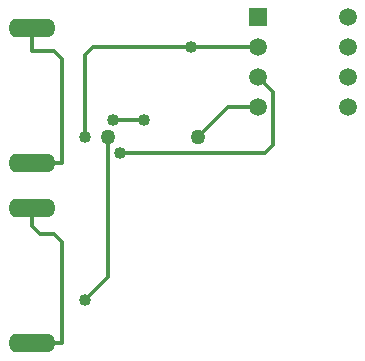
<source format=gbr>
%TF.GenerationSoftware,Novarm,DipTrace,3.1.0.1*%
%TF.CreationDate,2017-08-28T19:58:41+02:00*%
%FSLAX26Y26*%
%MOIN*%
%TF.FileFunction,Copper,L2,Bot*%
%TF.Part,Single*%
%TA.AperFunction,Conductor*%
%ADD13C,0.012992*%
%TA.AperFunction,ComponentPad*%
%ADD17R,0.059055X0.059055*%
%ADD18C,0.059055*%
%ADD21O,0.15748X0.062992*%
%ADD23C,0.05*%
%ADD24C,0.05*%
%TA.AperFunction,ViaPad*%
%ADD25C,0.04*%
G75*
G01*
%LPD*%
X716362Y1193996D2*
D13*
Y1468016D1*
X742346Y1494000D1*
X1069516D1*
X1294000D1*
Y1294000D2*
X1194000D1*
X1094000Y1194000D1*
X1294000Y1394000D2*
X1343016Y1344984D1*
Y1166993D1*
X1317031Y1141008D1*
X835008D1*
X913984Y1251992D2*
X809024D1*
X716362Y649315D2*
X794000Y726953D1*
Y1194000D1*
X541638Y1556205D2*
Y1479236D1*
X613882D1*
X639866Y1453252D1*
Y1107386D1*
X541638D1*
Y956205D2*
Y897346D1*
X567622Y871362D1*
X613882D1*
X639866Y845378D1*
Y507386D1*
X541638D1*
D25*
X1069516Y1494000D3*
X716362Y1193996D3*
X835008Y1141008D3*
X809024Y1251992D3*
X913984D3*
X716362Y649315D3*
D17*
X1294000Y1594000D3*
D18*
Y1494000D3*
Y1394000D3*
Y1294000D3*
X1594000D3*
Y1394000D3*
Y1494000D3*
Y1594000D3*
D21*
X541638Y1107386D3*
Y1556205D3*
Y507386D3*
Y956205D3*
D23*
X794000Y1194000D3*
D24*
X1094000D3*
M02*

</source>
